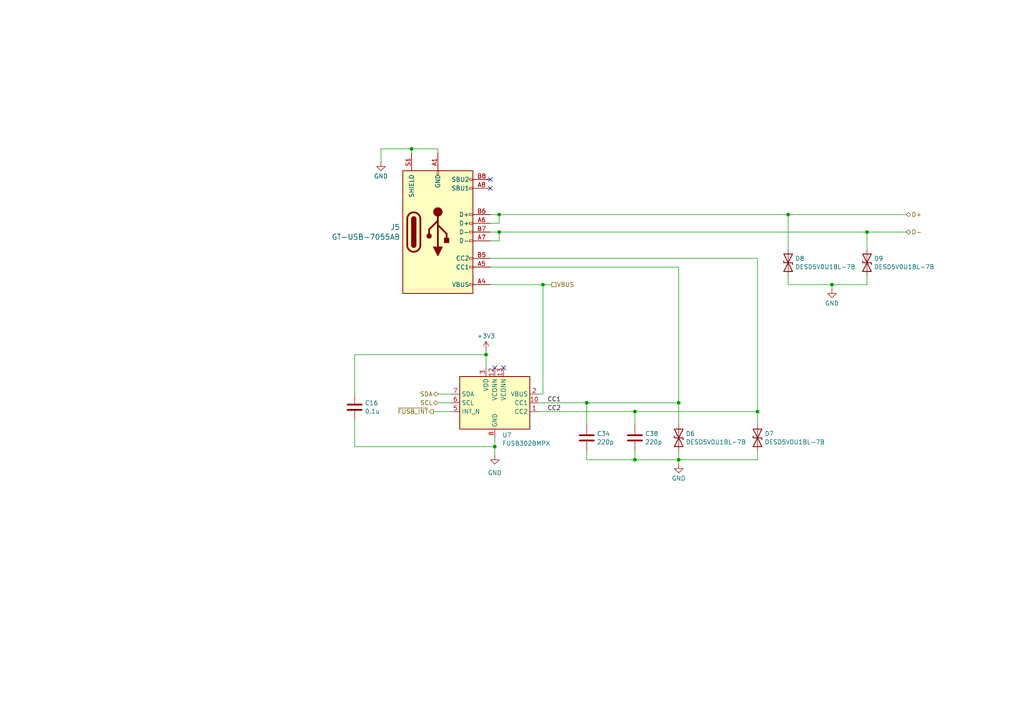
<source format=kicad_sch>
(kicad_sch (version 20250114) (generator "eeschema") (generator_version "9.0")
  (paper "A4")
  (title_block (title "USB-C connector") (comment 1 "Licensed under CERN-OHL-W v2") (comment 2 "© 2025-2026 HB9DQM"))
  (lib_symbols
    (symbol "Connector:USB_C_Receptacle_USB2.0_16P" (pin_names (offset 1.016))
      (property "Reference" "J" (at 0 22.225 0))
      (property "Value" "USB_C_Receptacle_USB2.0_16P" (at 0 19.685 0))
      (symbol "USB_C_Receptacle_USB2.0_16P_0_0"
        (rectangle (start -0.254 -17.78) (end 0.254 -16.764))
        (rectangle (start 10.16 15.494) (end 9.144 14.986))
        (rectangle (start 10.16 10.414) (end 9.144 9.906))
        (rectangle (start 10.16 7.874) (end 9.144 7.366))
        (rectangle (start 10.16 2.794) (end 9.144 2.286))
        (rectangle (start 10.16 0.254) (end 9.144 -0.254))
        (rectangle (start 10.16 -2.286) (end 9.144 -2.794))
        (rectangle (start 10.16 -4.826) (end 9.144 -5.334))
        (rectangle (start 10.16 -12.446) (end 9.144 -12.954))
        (rectangle (start 10.16 -14.986) (end 9.144 -15.494))
      )
      (symbol "USB_C_Receptacle_USB2.0_16P_0_1"
        (rectangle (start -10.16 17.78) (end 10.16 -17.78) (stroke (width 0.254)) (fill (type background)))
        (polyline (pts (xy -8.89 -3.81) (xy -8.89 3.81)) (stroke (width 0.508)))
        (rectangle (start -7.62 -3.81) (end -6.35 3.81) (stroke (width 0.254)) (fill (type outline)))
        (arc (start -7.62 3.81) (mid -6.985 4.4423) (end -6.35 3.81) (stroke (width 0.254)))
        (arc (start -7.62 3.81) (mid -6.985 4.4423) (end -6.35 3.81) (stroke (width 0.254)) (fill (type outline)))
        (arc (start -8.89 3.81) (mid -6.985 5.7067) (end -5.08 3.81) (stroke (width 0.508)))
        (arc (start -5.08 -3.81) (mid -6.985 -5.7067) (end -8.89 -3.81) (stroke (width 0.508)))
        (arc (start -6.35 -3.81) (mid -6.985 -4.4423) (end -7.62 -3.81) (stroke (width 0.254)))
        (arc (start -6.35 -3.81) (mid -6.985 -4.4423) (end -7.62 -3.81) (stroke (width 0.254)) (fill (type outline)))
        (polyline (pts (xy -5.08 3.81) (xy -5.08 -3.81)) (stroke (width 0.508)))
        (circle (center -2.54 1.143) (radius 0.635) (stroke (width 0.254)) (fill (type outline)))
        (polyline (pts (xy -1.27 4.318) (xy 0 6.858) (xy 1.27 4.318) (xy -1.27 4.318)) (stroke (width 0.254)) (fill (type outline)))
        (polyline (pts (xy 0 -2.032) (xy 2.54 0.508) (xy 2.54 1.778)) (stroke (width 0.508)))
        (polyline (pts (xy 0 -3.302) (xy -2.54 -0.762) (xy -2.54 0.508)) (stroke (width 0.508)))
        (polyline (pts (xy 0 -5.842) (xy 0 4.318)) (stroke (width 0.508)))
        (circle (center 0 -5.842) (radius 1.27) (fill (type outline)))
        (rectangle (start 1.905 1.778) (end 3.175 3.048) (stroke (width 0.254)) (fill (type outline)))
      )
      (symbol "USB_C_Receptacle_USB2.0_16P_1_1"
        (pin passive line (at -7.62 -22.86 90) (length 5.08) (name "SHIELD") (number "S1"))
        (pin passive line (at 0 -22.86 90) (length 5.08) (name "GND") (number "A1"))
        (pin passive line (at 0 -22.86 90) (length 5.08) (hide yes) (name "GND") (number "A12"))
        (pin passive line (at 0 -22.86 90) (length 5.08) (hide yes) (name "GND") (number "B1"))
        (pin passive line (at 0 -22.86 90) (length 5.08) (hide yes) (name "GND") (number "B12"))
        (pin passive line (at 15.24 15.24 180) (length 5.08) (name "VBUS") (number "A4"))
        (pin passive line (at 15.24 15.24 180) (length 5.08) (hide yes) (name "VBUS") (number "A9"))
        (pin passive line (at 15.24 15.24 180) (length 5.08) (hide yes) (name "VBUS") (number "B4"))
        (pin passive line (at 15.24 15.24 180) (length 5.08) (hide yes) (name "VBUS") (number "B9"))
        (pin bidirectional line (at 15.24 10.16 180) (length 5.08) (name "CC1") (number "A5"))
        (pin bidirectional line (at 15.24 7.62 180) (length 5.08) (name "CC2") (number "B5"))
        (pin bidirectional line (at 15.24 2.54 180) (length 5.08) (name "D-") (number "A7"))
        (pin bidirectional line (at 15.24 0 180) (length 5.08) (name "D-") (number "B7"))
        (pin bidirectional line (at 15.24 -2.54 180) (length 5.08) (name "D+") (number "A6"))
        (pin bidirectional line (at 15.24 -5.08 180) (length 5.08) (name "D+") (number "B6"))
        (pin bidirectional line (at 15.24 -12.7 180) (length 5.08) (name "SBU1") (number "A8"))
        (pin bidirectional line (at 15.24 -15.24 180) (length 5.08) (name "SBU2") (number "B8"))
      )
    )
    (symbol "Device:C" (pin_numbers (hide yes)) (pin_names (offset 0.254))
      (property "Reference" "C" (at 0.635 2.54 0))
      (property "Value" "C" (at 0.635 -2.54 0))
      (symbol "C_0_1"
        (polyline (pts (xy -2.032 0.762) (xy 2.032 0.762)) (stroke (width 0.508)))
        (polyline (pts (xy -2.032 -0.762) (xy 2.032 -0.762)) (stroke (width 0.508)))
      )
      (symbol "C_1_1"
        (pin passive line (at 0 3.81 270) (length 2.794) (name "~") (number "1"))
        (pin passive line (at 0 -3.81 90) (length 2.794) (name "~") (number "2"))
      )
    )
    (symbol "Device:D_TVS" (pin_numbers (hide yes)) (pin_names (offset 1.016) (hide yes))
      (property "Reference" "D" (at 0 2.54 0))
      (property "Value" "D_TVS" (at 0 -2.54 0))
      (symbol "D_TVS_0_1"
        (polyline (pts (xy -2.54 1.27) (xy -2.54 -1.27) (xy 2.54 1.27) (xy 2.54 -1.27) (xy -2.54 1.27)) (stroke (width 0.254)))
        (polyline (pts (xy 0.508 1.27) (xy 0 1.27) (xy 0 -1.27) (xy -0.508 -1.27)) (stroke (width 0.254)))
        (polyline (pts (xy 1.27 0) (xy -1.27 0)))
      )
      (symbol "D_TVS_1_1"
        (pin passive line (at -3.81 0 0) (length 2.54) (name "A1") (number "1"))
        (pin passive line (at 3.81 0 180) (length 2.54) (name "A2") (number "2"))
      )
    )
    (symbol "Interface_USB:FUSB302BMPX"
      (property "Reference" "U" (at -10.16 8.89 0))
      (property "Value" "FUSB302BMPX" (at 3.81 8.89 0))
      (symbol "FUSB302BMPX_0_1"
        (rectangle (start -10.16 7.62) (end 10.16 -7.62) (stroke (width 0.254)) (fill (type background)))
      )
      (symbol "FUSB302BMPX_1_1"
        (pin bidirectional line (at -12.7 2.54 0) (length 2.54) (name "SDA") (number "7"))
        (pin input line (at -12.7 0 0) (length 2.54) (name "SCL") (number "6"))
        (pin open_collector line (at -12.7 -2.54 0) (length 2.54) (name "INT_N") (number "5"))
        (pin power_in line (at -2.54 10.16 270) (length 2.54) (name "VDD") (number "3"))
        (pin passive line (at -2.54 10.16 270) (length 2.54) (hide yes) (name "VDD") (number "4"))
        (pin power_in line (at 0 10.16 270) (length 2.54) (name "VCONN") (number "12"))
        (pin passive line (at 0 -10.16 90) (length 2.54) (hide yes) (name "GND") (number "15"))
        (pin power_in line (at 0 -10.16 90) (length 2.54) (name "GND") (number "8"))
        (pin passive line (at 0 -10.16 90) (length 2.54) (hide yes) (name "GND") (number "9"))
        (pin power_in line (at 2.54 10.16 270) (length 2.54) (name "VCONN") (number "13"))
        (pin input line (at 12.7 2.54 180) (length 2.54) (name "VBUS") (number "2"))
        (pin bidirectional line (at 12.7 0 180) (length 2.54) (name "CC1") (number "10"))
        (pin bidirectional line (at 12.7 0 180) (length 2.54) (hide yes) (name "CC1") (number "11"))
        (pin bidirectional line (at 12.7 -2.54 180) (length 2.54) (name "CC2") (number "1"))
        (pin bidirectional line (at 12.7 -2.54 180) (length 2.54) (hide yes) (name "CC2") (number "14"))
      )
    )
    (symbol "power:+3V3" (power) (pin_numbers (hide yes)) (pin_names (offset 0) (hide yes))
      (property "Value" "+3V3" (at 0 3.556 0))
      (symbol "+3V3_0_1"
        (polyline (pts (xy -0.762 1.27) (xy 0 2.54)))
        (polyline (pts (xy 0 2.54) (xy 0.762 1.27)))
        (polyline (pts (xy 0 0) (xy 0 2.54)))
      )
      (symbol "+3V3_1_1"
        (pin power_in line (at 0 0 90) (length 0) (name "~") (number "1"))
      )
    )
    (symbol "power:GND" (power) (pin_numbers (hide yes)) (pin_names (offset 0) (hide yes))
      (property "Value" "GND" (at 0 -3.81 0))
      (symbol "GND_0_1"
        (polyline (pts (xy 0 0) (xy 0 -1.27) (xy 1.27 -1.27) (xy 0 -2.54) (xy -1.27 -1.27) (xy 0 -1.27)))
      )
      (symbol "GND_1_1"
        (pin power_in line (at 0 0 270) (length 0) (name "~") (number "1"))
      )
    )
  )
  (junction (at 241.3 82.55))
  (junction (at 143.51 129.54))
  (junction (at 184.15 119.38))
  (junction (at 144.78 62.23))
  (junction (at 196.85 116.84))
  (junction (at 251.46 67.31))
  (junction (at 119.38 43.18))
  (junction (at 144.78 67.31))
  (junction (at 196.85 133.35))
  (junction (at 219.71 119.38))
  (junction (at 140.97 102.87))
  (junction (at 170.18 116.84))
  (junction (at 184.15 133.35))
  (junction (at 228.6 62.23))
  (junction (at 157.48 82.55))
  (no_connect (at 142.24 54.61))
  (no_connect (at 146.05 106.68))
  (no_connect (at 143.51 106.68))
  (no_connect (at 142.24 52.07))
  (wire (pts (xy 144.78 67.31) (xy 144.78 69.85)))
  (wire (pts (xy 125.73 119.38) (xy 130.81 119.38)))
  (wire (pts (xy 102.87 114.3) (xy 102.87 102.87)))
  (wire (pts (xy 142.24 67.31) (xy 144.78 67.31)))
  (wire (pts (xy 241.3 82.55) (xy 241.3 83.82)))
  (wire (pts (xy 144.78 64.77) (xy 142.24 64.77)))
  (wire (pts (xy 170.18 133.35) (xy 184.15 133.35)))
  (wire (pts (xy 228.6 62.23) (xy 262.89 62.23)))
  (wire (pts (xy 170.18 116.84) (xy 170.18 123.19)))
  (wire (pts (xy 157.48 82.55) (xy 157.48 114.3)))
  (wire (pts (xy 251.46 67.31) (xy 262.89 67.31)))
  (wire (pts (xy 110.49 46.99) (xy 110.49 43.18)))
  (wire (pts (xy 143.51 127) (xy 143.51 129.54)))
  (wire (pts (xy 170.18 130.81) (xy 170.18 133.35)))
  (wire (pts (xy 102.87 102.87) (xy 140.97 102.87)))
  (wire (pts (xy 140.97 101.6) (xy 140.97 102.87)))
  (wire (pts (xy 184.15 119.38) (xy 184.15 123.19)))
  (wire (pts (xy 142.24 74.93) (xy 219.71 74.93)))
  (wire (pts (xy 251.46 67.31) (xy 251.46 72.39)))
  (wire (pts (xy 196.85 130.81) (xy 196.85 133.35)))
  (wire (pts (xy 219.71 130.81) (xy 219.71 133.35)))
  (wire (pts (xy 144.78 62.23) (xy 144.78 64.77)))
  (wire (pts (xy 156.21 119.38) (xy 184.15 119.38)))
  (wire (pts (xy 142.24 77.47) (xy 196.85 77.47)))
  (wire (pts (xy 110.49 43.18) (xy 119.38 43.18)))
  (wire (pts (xy 157.48 114.3) (xy 156.21 114.3)))
  (wire (pts (xy 119.38 43.18) (xy 119.38 44.45)))
  (wire (pts (xy 196.85 133.35) (xy 196.85 134.62)))
  (wire (pts (xy 219.71 119.38) (xy 184.15 119.38)))
  (wire (pts (xy 140.97 102.87) (xy 140.97 106.68)))
  (wire (pts (xy 170.18 116.84) (xy 156.21 116.84)))
  (wire (pts (xy 196.85 77.47) (xy 196.85 116.84)))
  (wire (pts (xy 144.78 67.31) (xy 251.46 67.31)))
  (wire (pts (xy 219.71 133.35) (xy 196.85 133.35)))
  (wire (pts (xy 160.02 82.55) (xy 157.48 82.55)))
  (wire (pts (xy 228.6 82.55) (xy 241.3 82.55)))
  (wire (pts (xy 196.85 133.35) (xy 184.15 133.35)))
  (wire (pts (xy 127 116.84) (xy 130.81 116.84)))
  (wire (pts (xy 142.24 82.55) (xy 157.48 82.55)))
  (wire (pts (xy 144.78 62.23) (xy 228.6 62.23)))
  (wire (pts (xy 251.46 80.01) (xy 251.46 82.55)))
  (wire (pts (xy 184.15 130.81) (xy 184.15 133.35)))
  (wire (pts (xy 196.85 116.84) (xy 170.18 116.84)))
  (wire (pts (xy 127 114.3) (xy 130.81 114.3)))
  (wire (pts (xy 196.85 116.84) (xy 196.85 123.19)))
  (wire (pts (xy 102.87 121.92) (xy 102.87 129.54)))
  (wire (pts (xy 102.87 129.54) (xy 143.51 129.54)))
  (wire (pts (xy 127 44.45) (xy 127 43.18)))
  (wire (pts (xy 228.6 62.23) (xy 228.6 72.39)))
  (wire (pts (xy 219.71 119.38) (xy 219.71 123.19)))
  (wire (pts (xy 228.6 80.01) (xy 228.6 82.55)))
  (wire (pts (xy 142.24 62.23) (xy 144.78 62.23)))
  (wire (pts (xy 119.38 43.18) (xy 127 43.18)))
  (wire (pts (xy 143.51 129.54) (xy 143.51 132.08)))
  (wire (pts (xy 251.46 82.55) (xy 241.3 82.55)))
  (wire (pts (xy 144.78 69.85) (xy 142.24 69.85)))
  (wire (pts (xy 219.71 74.93) (xy 219.71 119.38)))
  (label "CC1" (at 158.75 116.84 0))
  (label "CC2" (at 158.75 119.38 0))
  (hierarchical_label "VBUS" (shape passive) (at 160.02 82.55 0))
  (hierarchical_label "SCL" (shape bidirectional) (at 127 116.84 180))
  (hierarchical_label "D+" (shape bidirectional) (at 262.89 62.23 0))
  (hierarchical_label "SDA" (shape bidirectional) (at 127 114.3 180))
  (hierarchical_label "D-" (shape bidirectional) (at 262.89 67.31 0))
  (hierarchical_label "~{FUSB_INT}" (shape output) (at 125.73 119.38 180))
  (symbol (lib_id "Device:D_TVS") (at 219.71 127 90) (unit 1)
    (property "Reference" "D7" (at 221.742 125.7878 90) (effects (justify right)))
    (property "Value" "DESD5V0U1BL-7B" (at 221.742 128.2121 90) (effects (justify right)))
    (property "Footprint" "DESD5V0U1BL-7B:DESD5V0U1BL7B" (effects (hide yes)))
    (property "Description" "Bidirectional transient-voltage-suppression diode" (effects (hide yes)))
    (property "LCSC" "C1869323" (effects (hide yes)))
  )
  (symbol (lib_id "Connector:USB_C_Receptacle_USB2.0_16P") (at 127 67.31 0) (mirror x) (unit 1)
    (property "Reference" "J5" (at 116.078 65.8935 0) (effects (font (size 1.524 1.524)) (justify right)))
    (property "Value" "GT-USB-7055AB" (at 116.078 68.7264 0) (effects (font (size 1.524 1.524)) (justify right)))
    (property "Footprint" "footprints:CONN_GT-USB-7055A_GSW" (effects (hide yes)))
    (property "Datasheet" "https://www.usb.org/sites/default/files/documents/usb_type-c.zip" (effects (hide yes)))
    (property "Description" "USB 2.0-only 16P Type-C Receptacle connector" (effects (hide yes)))
    (property "LCSC" "C22383826" (effects (hide yes)))
  )
  (symbol (lib_id "Device:D_TVS") (at 196.85 127 90) (unit 1)
    (property "Reference" "D6" (at 198.882 125.7878 90) (effects (justify right)))
    (property "Value" "DESD5V0U1BL-7B" (at 198.882 128.2121 90) (effects (justify right)))
    (property "Footprint" "DESD5V0U1BL-7B:DESD5V0U1BL7B" (effects (hide yes)))
    (property "Description" "Bidirectional transient-voltage-suppression diode" (effects (hide yes)))
    (property "LCSC" "C1869323" (effects (hide yes)))
  )
  (symbol (lib_id "Device:D_TVS") (at 251.46 76.2 90) (unit 1)
    (property "Reference" "D9" (at 253.492 74.9878 90) (effects (justify right)))
    (property "Value" "DESD5V0U1BL-7B" (at 253.492 77.4121 90) (effects (justify right)))
    (property "Footprint" "DESD5V0U1BL-7B:DESD5V0U1BL7B" (effects (hide yes)))
    (property "Description" "Bidirectional transient-voltage-suppression diode" (effects (hide yes)))
    (property "LCSC" "C1869323" (effects (hide yes)))
  )
  (symbol (lib_id "power:+3V3") (at 140.97 101.6 0) (unit 1)
    (property "Reference" "#PWR014" (effects (hide yes)))
    (property "Value" "+3V3" (at 140.97 97.4669 0))
    (property "Description" "Power symbol creates a global label with name \"+3V3\"" (effects (hide yes)))
  )
  (symbol (lib_id "power:GND") (at 110.49 46.99 0) (unit 1)
    (property "Reference" "#PWR08" (effects (hide yes)))
    (property "Value" "GND" (at 110.49 51.1231 0))
    (property "Description" "Power symbol creates a global label with name \"GND\" , ground" (effects (hide yes)))
  )
  (symbol (lib_id "Device:C") (at 102.87 118.11 180) (unit 1)
    (property "Reference" "C16" (at 105.791 116.8978 0) (effects (justify right)))
    (property "Value" "0.1u" (at 105.791 119.3221 0) (effects (justify right)))
    (property "Footprint" "Capacitor_SMD:C_0402_1005Metric" (effects (hide yes)))
    (property "Description" "Unpolarized capacitor" (effects (hide yes)))
    (property "LCSC" "C307331" (effects (hide yes)))
  )
  (symbol (lib_id "power:GND") (at 143.51 132.08 0) (unit 1)
    (property "Reference" "#PWR07" (effects (hide yes)))
    (property "Value" "GND" (at 143.51 137.16 0))
    (property "Description" "Power symbol creates a global label with name \"GND\" , ground" (effects (hide yes)))
  )
  (symbol (lib_id "Interface_USB:FUSB302BMPX") (at 143.51 116.84 0) (unit 1)
    (property "Reference" "U7" (at 145.6533 126.1801 0) (effects (justify left)))
    (property "Value" "FUSB302BMPX" (at 145.6533 128.6044 0) (effects (justify left)))
    (property "Footprint" "Package_DFN_QFN:WQFN-14-1EP_2.5x2.5mm_P0.5mm_EP1.45x1.45mm" (effects (hide yes)))
    (property "Datasheet" "http://www.onsemi.com/pub/Collateral/FUSB302B-D.PDF" (effects (hide yes)))
    (property "Description" "Programmable USB Type-C Controller w/PD, I2C address 0x22, WQFN-14" (effects (hide yes)))
    (property "LCSC" "C132291" (effects (hide yes)))
  )
  (symbol (lib_id "power:GND") (at 241.3 83.82 0) (unit 1)
    (property "Reference" "#PWR029" (effects (hide yes)))
    (property "Value" "GND" (at 241.3 87.9531 0))
    (property "Description" "Power symbol creates a global label with name \"GND\" , ground" (effects (hide yes)))
  )
  (symbol (lib_id "Device:D_TVS") (at 228.6 76.2 90) (unit 1)
    (property "Reference" "D8" (at 230.632 74.9878 90) (effects (justify right)))
    (property "Value" "DESD5V0U1BL-7B" (at 230.632 77.4121 90) (effects (justify right)))
    (property "Footprint" "DESD5V0U1BL-7B:DESD5V0U1BL7B" (effects (hide yes)))
    (property "Description" "Bidirectional transient-voltage-suppression diode" (effects (hide yes)))
    (property "LCSC" "C1869323" (effects (hide yes)))
  )
  (symbol (lib_id "power:GND") (at 196.85 134.62 0) (unit 1)
    (property "Reference" "#PWR020" (effects (hide yes)))
    (property "Value" "GND" (at 196.85 138.7531 0))
    (property "Description" "Power symbol creates a global label with name \"GND\" , ground" (effects (hide yes)))
  )
  (symbol (lib_id "Device:C") (at 170.18 127 0) (unit 1)
    (property "Reference" "C34" (at 173.101 125.7878 0) (effects (justify left)))
    (property "Value" "220p" (at 173.101 128.2121 0) (effects (justify left)))
    (property "Footprint" "Capacitor_SMD:C_0402_1005Metric" (effects (hide yes)))
    (property "Description" "Unpolarized capacitor" (effects (hide yes)))
    (property "LCSC" "C1530" (effects (hide yes)))
  )
  (symbol (lib_id "Device:C") (at 184.15 127 0) (unit 1)
    (property "Reference" "C38" (at 187.071 125.7878 0) (effects (justify left)))
    (property "Value" "220p" (at 187.071 128.2121 0) (effects (justify left)))
    (property "Footprint" "Capacitor_SMD:C_0402_1005Metric" (effects (hide yes)))
    (property "Description" "Unpolarized capacitor" (effects (hide yes)))
    (property "LCSC" "C1530" (effects (hide yes)))
  )
)
</source>
